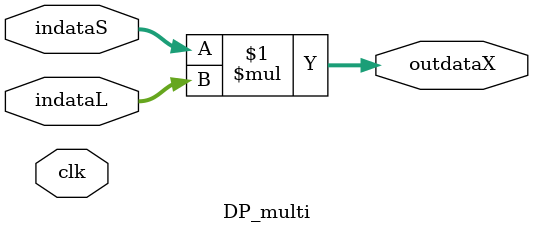
<source format=v>
`timescale 1ns / 1ps
module DP_multi#(parameter SWIDTH=64,LWIDTH=7)(
		input clk,
		input signed [SWIDTH-1:0] indataS,
		input signed [LWIDTH-1:0] indataL,
		output signed [SWIDTH+LWIDTH-1:0] outdataX
    );
	assign outdataX =indataS * indataL;
endmodule

</source>
